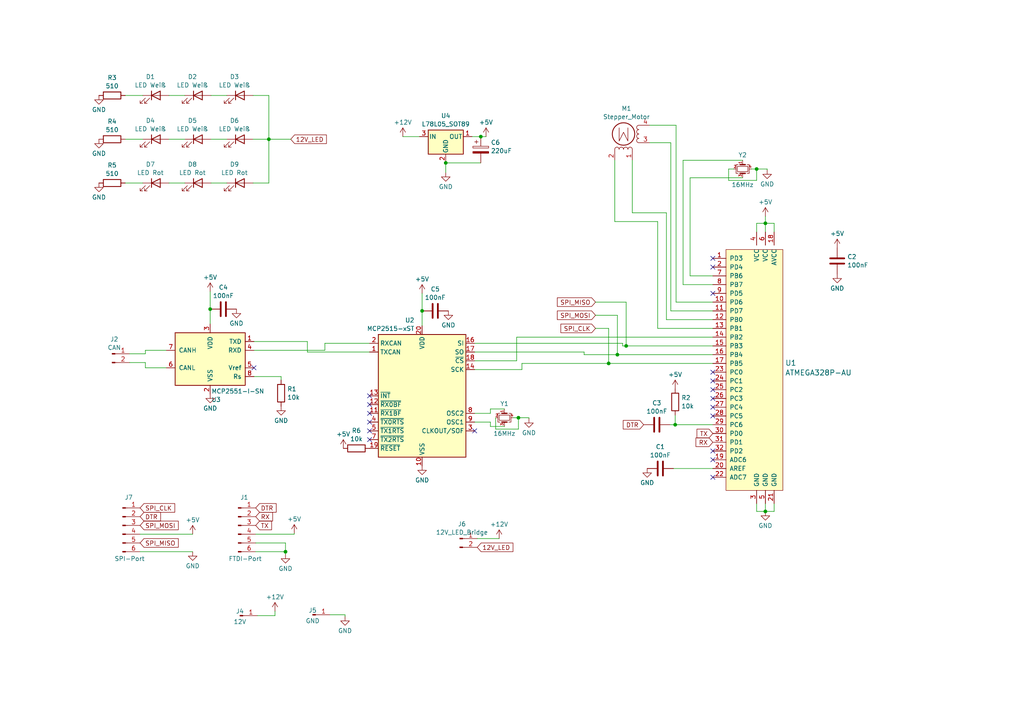
<source format=kicad_sch>
(kicad_sch (version 20231120) (generator "eeschema") (generator_version "8.0")
  (paper "A4")
  (title_block (date "2024-05-20") (rev "0.1"))
  (lib_symbols
    (symbol "Connector:Conn_01x01_Pin" (pin_names (offset 1.016) hide)
      (property "Reference" "J" (at 0 2.54 0))
      (property "Value" "Conn_01x01_Pin" (at 0 -2.54 0))
      (symbol "Conn_01x01_Pin_1_1"
        (polyline (pts (xy 1.27 0) (xy 0.8636 0)) (stroke (width 0.1524)))
        (rectangle (start 0.8636 0.127) (end 0 -0.127) (stroke (width 0.1524)) (fill (type outline)))
        (pin passive line (at 5.08 0 180) (length 3.81) (name "Pin_1") (number "1"))
      )
    )
    (symbol "Connector:Conn_01x02_Pin" (pin_names (offset 1.016) hide)
      (property "Reference" "J" (at 0 2.54 0))
      (property "Value" "Conn_01x02_Pin" (at 0 -5.08 0))
      (symbol "Conn_01x02_Pin_1_1"
        (polyline (pts (xy 1.27 -2.54) (xy 0.8636 -2.54)) (stroke (width 0.1524)))
        (polyline (pts (xy 1.27 0) (xy 0.8636 0)) (stroke (width 0.1524)))
        (rectangle (start 0.8636 -2.413) (end 0 -2.667) (stroke (width 0.1524)) (fill (type outline)))
        (rectangle (start 0.8636 0.127) (end 0 -0.127) (stroke (width 0.1524)) (fill (type outline)))
        (pin passive line (at 5.08 0 180) (length 3.81) (name "Pin_1") (number "1"))
        (pin passive line (at 5.08 -2.54 180) (length 3.81) (name "Pin_2") (number "2"))
      )
    )
    (symbol "Connector:Conn_01x06_Pin" (pin_names (offset 1.016) hide)
      (property "Reference" "J" (at 0 7.62 0))
      (property "Value" "Conn_01x06_Pin" (at 0 -10.16 0))
      (symbol "Conn_01x06_Pin_1_1"
        (polyline (pts (xy 1.27 -7.62) (xy 0.8636 -7.62)) (stroke (width 0.1524)))
        (polyline (pts (xy 1.27 -5.08) (xy 0.8636 -5.08)) (stroke (width 0.1524)))
        (polyline (pts (xy 1.27 -2.54) (xy 0.8636 -2.54)) (stroke (width 0.1524)))
        (polyline (pts (xy 1.27 0) (xy 0.8636 0)) (stroke (width 0.1524)))
        (polyline (pts (xy 1.27 2.54) (xy 0.8636 2.54)) (stroke (width 0.1524)))
        (polyline (pts (xy 1.27 5.08) (xy 0.8636 5.08)) (stroke (width 0.1524)))
        (rectangle (start 0.8636 -7.493) (end 0 -7.747) (stroke (width 0.1524)) (fill (type outline)))
        (rectangle (start 0.8636 -4.953) (end 0 -5.207) (stroke (width 0.1524)) (fill (type outline)))
        (rectangle (start 0.8636 -2.413) (end 0 -2.667) (stroke (width 0.1524)) (fill (type outline)))
        (rectangle (start 0.8636 0.127) (end 0 -0.127) (stroke (width 0.1524)) (fill (type outline)))
        (rectangle (start 0.8636 2.667) (end 0 2.413) (stroke (width 0.1524)) (fill (type outline)))
        (rectangle (start 0.8636 5.207) (end 0 4.953) (stroke (width 0.1524)) (fill (type outline)))
        (pin passive line (at 5.08 5.08 180) (length 3.81) (name "Pin_1") (number "1"))
        (pin passive line (at 5.08 2.54 180) (length 3.81) (name "Pin_2") (number "2"))
        (pin passive line (at 5.08 0 180) (length 3.81) (name "Pin_3") (number "3"))
        (pin passive line (at 5.08 -2.54 180) (length 3.81) (name "Pin_4") (number "4"))
        (pin passive line (at 5.08 -5.08 180) (length 3.81) (name "Pin_5") (number "5"))
        (pin passive line (at 5.08 -7.62 180) (length 3.81) (name "Pin_6") (number "6"))
      )
    )
    (symbol "Device:C" (pin_numbers hide) (pin_names (offset 0.254))
      (property "Reference" "C" (at 0.635 2.54 0))
      (property "Value" "C" (at 0.635 -2.54 0))
      (symbol "C_0_1"
        (polyline (pts (xy -2.032 -0.762) (xy 2.032 -0.762)) (stroke (width 0.508)))
        (polyline (pts (xy -2.032 0.762) (xy 2.032 0.762)) (stroke (width 0.508)))
      )
      (symbol "C_1_1"
        (pin passive line (at 0 3.81 270) (length 2.794) (name "~") (number "1"))
        (pin passive line (at 0 -3.81 90) (length 2.794) (name "~") (number "2"))
      )
    )
    (symbol "Device:C_Polarized" (pin_numbers hide) (pin_names (offset 0.254))
      (property "Reference" "C" (at 0.635 2.54 0))
      (property "Value" "C_Polarized" (at 0.635 -2.54 0))
      (symbol "C_Polarized_0_1"
        (rectangle (start -2.286 0.508) (end 2.286 1.016))
        (polyline (pts (xy -1.778 2.286) (xy -0.762 2.286)))
        (polyline (pts (xy -1.27 2.794) (xy -1.27 1.778)))
        (rectangle (start 2.286 -0.508) (end -2.286 -1.016) (fill (type outline)))
      )
      (symbol "C_Polarized_1_1"
        (pin passive line (at 0 3.81 270) (length 2.794) (name "~") (number "1"))
        (pin passive line (at 0 -3.81 90) (length 2.794) (name "~") (number "2"))
      )
    )
    (symbol "Device:Crystal_GND24_Small" (pin_names (offset 1.016) hide)
      (property "Reference" "Y" (at 1.27 4.445 0))
      (property "Value" "Crystal_GND24_Small" (at 1.27 2.54 0))
      (symbol "Crystal_GND24_Small_0_1"
        (rectangle (start -0.762 -1.524) (end 0.762 1.524))
        (polyline (pts (xy -1.27 -0.762) (xy -1.27 0.762)) (stroke (width 0.381)))
        (polyline (pts (xy 1.27 -0.762) (xy 1.27 0.762)) (stroke (width 0.381)))
        (polyline (pts (xy -1.27 -1.27) (xy -1.27 -1.905) (xy 1.27 -1.905) (xy 1.27 -1.27)))
        (polyline (pts (xy -1.27 1.27) (xy -1.27 1.905) (xy 1.27 1.905) (xy 1.27 1.27)))
      )
      (symbol "Crystal_GND24_Small_1_1"
        (pin passive line (at -2.54 0 0) (length 1.27) (name "1") (number "1"))
        (pin passive line (at 0 -2.54 90) (length 0.635) (name "2") (number "2"))
        (pin passive line (at 2.54 0 180) (length 1.27) (name "3") (number "3"))
        (pin passive line (at 0 2.54 270) (length 0.635) (name "4") (number "4"))
      )
    )
    (symbol "Device:LED" (pin_numbers hide) (pin_names (offset 1.016) hide)
      (property "Reference" "D" (at 0 2.54 0))
      (property "Value" "LED" (at 0 -2.54 0))
      (symbol "LED_0_1"
        (polyline (pts (xy -1.27 -1.27) (xy -1.27 1.27)) (stroke (width 0.254)))
        (polyline (pts (xy -1.27 0) (xy 1.27 0)))
        (polyline (pts (xy 1.27 -1.27) (xy 1.27 1.27) (xy -1.27 0) (xy 1.27 -1.27)) (stroke (width 0.254)))
        (polyline (pts (xy -3.048 -0.762) (xy -4.572 -2.286) (xy -3.81 -2.286) (xy -4.572 -2.286) (xy -4.572 -1.524)))
        (polyline (pts (xy -1.778 -0.762) (xy -3.302 -2.286) (xy -2.54 -2.286) (xy -3.302 -2.286) (xy -3.302 -1.524)))
      )
      (symbol "LED_1_1"
        (pin passive line (at -3.81 0 0) (length 2.54) (name "K") (number "1"))
        (pin passive line (at 3.81 0 180) (length 2.54) (name "A") (number "2"))
      )
    )
    (symbol "Device:R" (pin_numbers hide) (pin_names (offset 0))
      (property "Reference" "R" (at 2.032 0 90))
      (property "Value" "R" (at 0 0 90))
      (symbol "R_0_1"
        (rectangle (start -1.016 -2.54) (end 1.016 2.54) (stroke (width 0.254)))
      )
      (symbol "R_1_1"
        (pin passive line (at 0 3.81 270) (length 1.27) (name "~") (number "1"))
        (pin passive line (at 0 -3.81 90) (length 1.27) (name "~") (number "2"))
      )
    )
    (symbol "Interface_CAN_LIN:MCP2515-xST"
      (property "Reference" "U" (at -10.16 19.685 0))
      (property "Value" "MCP2515-xST" (at 19.05 20.32 0))
      (symbol "MCP2515-xST_0_1"
        (rectangle (start -12.7 17.78) (end 12.7 -17.78) (stroke (width 0.254)) (fill (type background)))
      )
      (symbol "MCP2515-xST_1_1"
        (pin output line (at 15.24 12.7 180) (length 2.54) (name "TXCAN") (number "1"))
        (pin power_in line (at 0 -20.32 90) (length 2.54) (name "VSS") (number "10"))
        (pin output line (at 15.24 -5.08 180) (length 2.54) (name "~{RX1BF}") (number "11"))
        (pin output line (at 15.24 -2.54 180) (length 2.54) (name "~{RX0BF}") (number "12"))
        (pin output line (at 15.24 0 180) (length 2.54) (name "~{INT}") (number "13"))
        (pin input line (at -15.24 7.62 0) (length 2.54) (name "SCK") (number "14"))
        (pin no_connect line (at -12.7 -2.54 0) (length 2.54) hide (name "NC") (number "15"))
        (pin input line (at -15.24 15.24 0) (length 2.54) (name "SI") (number "16"))
        (pin output line (at -15.24 12.7 0) (length 2.54) (name "SO") (number "17"))
        (pin input line (at -15.24 10.16 0) (length 2.54) (name "~{CS}") (number "18"))
        (pin input line (at 15.24 -15.24 180) (length 2.54) (name "~{RESET}") (number "19"))
        (pin input line (at 15.24 15.24 180) (length 2.54) (name "RXCAN") (number "2"))
        (pin power_in line (at 0 20.32 270) (length 2.54) (name "VDD") (number "20"))
        (pin output line (at -15.24 -10.16 0) (length 2.54) (name "CLKOUT/SOF") (number "3"))
        (pin input line (at 15.24 -7.62 180) (length 2.54) (name "~{TX0RTS}") (number "4"))
        (pin input line (at 15.24 -10.16 180) (length 2.54) (name "~{TX1RTS}") (number "5"))
        (pin no_connect line (at -12.7 0 0) (length 2.54) hide (name "NC") (number "6"))
        (pin input line (at 15.24 -12.7 180) (length 2.54) (name "~{TX2RTS}") (number "7"))
        (pin output line (at -15.24 -5.08 0) (length 2.54) (name "OSC2") (number "8"))
        (pin input line (at -15.24 -7.62 0) (length 2.54) (name "OSC1") (number "9"))
      )
    )
    (symbol "Interface_CAN_LIN:MCP2551-I-SN" (pin_names (offset 1.016))
      (property "Reference" "U" (at -10.16 8.89 0))
      (property "Value" "MCP2551-I-SN" (at 2.54 8.89 0))
      (symbol "MCP2551-I-SN_0_1"
        (rectangle (start -10.16 7.62) (end 10.16 -7.62) (stroke (width 0.254)) (fill (type background)))
      )
      (symbol "MCP2551-I-SN_1_1"
        (pin input line (at -12.7 5.08 0) (length 2.54) (name "TXD") (number "1"))
        (pin power_in line (at 0 -10.16 90) (length 2.54) (name "VSS") (number "2"))
        (pin power_in line (at 0 10.16 270) (length 2.54) (name "VDD") (number "3"))
        (pin output line (at -12.7 2.54 0) (length 2.54) (name "RXD") (number "4"))
        (pin power_out line (at -12.7 -2.54 0) (length 2.54) (name "Vref") (number "5"))
        (pin bidirectional line (at 12.7 -2.54 180) (length 2.54) (name "CANL") (number "6"))
        (pin bidirectional line (at 12.7 2.54 180) (length 2.54) (name "CANH") (number "7"))
        (pin input line (at -12.7 -5.08 0) (length 2.54) (name "Rs") (number "8"))
      )
    )
    (symbol "Motor:Stepper_Motor_bipolar" (pin_names (offset 0) hide)
      (property "Reference" "M" (at 3.81 2.54 0))
      (property "Value" "Stepper_Motor_bipolar" (at 3.81 1.27 0))
      (symbol "Stepper_Motor_bipolar_0_0"
        (polyline (pts (xy -1.27 -1.778) (xy -1.27 2.032) (xy 0 -0.508) (xy 1.27 2.032) (xy 1.27 -1.778)))
      )
      (symbol "Stepper_Motor_bipolar_0_1"
        (arc (start -4.445 -2.54) (mid -3.8127 -1.905) (end -4.445 -1.27))
        (arc (start -4.445 -1.27) (mid -3.8127 -0.635) (end -4.445 0))
        (arc (start -4.445 0) (mid -3.8127 0.635) (end -4.445 1.27))
        (arc (start -4.445 1.27) (mid -3.8127 1.905) (end -4.445 2.54))
        (arc (start -2.54 4.445) (mid -1.905 3.8127) (end -1.27 4.445))
        (arc (start -1.27 4.445) (mid -0.635 3.8127) (end 0 4.445))
        (polyline (pts (xy -5.08 -2.54) (xy -4.445 -2.54)))
        (polyline (pts (xy -5.08 2.54) (xy -4.445 2.54)))
        (polyline (pts (xy -2.54 5.08) (xy -2.54 4.445)))
        (polyline (pts (xy 2.54 5.08) (xy 2.54 4.445)))
        (circle (center 0 0) (radius 3.2512) (stroke (width 0.254)))
        (arc (start 0 4.445) (mid 0.635 3.8127) (end 1.27 4.445))
        (arc (start 1.27 4.445) (mid 1.905 3.8127) (end 2.54 4.445))
      )
      (symbol "Stepper_Motor_bipolar_1_1"
        (pin passive line (at -2.54 7.62 270) (length 2.54) (name "~") (number "1"))
        (pin passive line (at 2.54 7.62 270) (length 2.54) (name "-") (number "2"))
        (pin passive line (at -7.62 2.54 0) (length 2.54) (name "~") (number "3"))
        (pin passive line (at -7.62 -2.54 0) (length 2.54) (name "~") (number "4"))
      )
    )
    (symbol "Regulator_Linear:L78L05_SOT89" (pin_names (offset 0.254))
      (property "Reference" "U" (at -3.81 3.175 0))
      (property "Value" "L78L05_SOT89" (at -0.635 3.175 0))
      (symbol "L78L05_SOT89_0_1"
        (rectangle (start -5.08 1.905) (end 5.08 -5.08) (stroke (width 0.254)) (fill (type background)))
      )
      (symbol "L78L05_SOT89_1_1"
        (pin power_out line (at 7.62 0 180) (length 2.54) (name "OUT") (number "1"))
        (pin power_in line (at 0 -7.62 90) (length 2.54) (name "GND") (number "2"))
        (pin power_in line (at -7.62 0 0) (length 2.54) (name "IN") (number "3"))
      )
    )
    (symbol "dk_Embedded-Microcontrollers:ATMEGA328P-AU" (pin_names (offset 1.016))
      (property "Reference" "U" (at -8.89 38.1 0))
      (property "Value" "ATMEGA328P-AU" (at 2.54 1.27 90))
      (symbol "ATMEGA328P-AU_0_1"
        (rectangle (start -8.89 35.56) (end 7.62 -34.29) (fill (type background)))
      )
      (symbol "ATMEGA328P-AU_1_1"
        (pin bidirectional line (at -12.7 33.02 0) (length 3.81) (name "PD3") (number "1"))
        (pin bidirectional line (at -12.7 20.32 0) (length 3.81) (name "PD6") (number "10"))
        (pin bidirectional line (at -12.7 17.78 0) (length 3.81) (name "PD7") (number "11"))
        (pin bidirectional line (at -12.7 15.24 0) (length 3.81) (name "PB0") (number "12"))
        (pin bidirectional line (at -12.7 12.7 0) (length 3.81) (name "PB1") (number "13"))
        (pin bidirectional line (at -12.7 10.16 0) (length 3.81) (name "PB2") (number "14"))
        (pin bidirectional line (at -12.7 7.62 0) (length 3.81) (name "PB3") (number "15"))
        (pin bidirectional line (at -12.7 5.08 0) (length 3.81) (name "PB4") (number "16"))
        (pin bidirectional line (at -12.7 2.54 0) (length 3.81) (name "PB5") (number "17"))
        (pin power_in line (at 5.08 40.64 270) (length 3.81) (name "AVCC") (number "18"))
        (pin input line (at -12.7 -25.4 0) (length 3.81) (name "ADC6") (number "19"))
        (pin bidirectional line (at -12.7 30.48 0) (length 3.81) (name "PD4") (number "2"))
        (pin input line (at -12.7 -27.94 0) (length 3.81) (name "AREF") (number "20"))
        (pin power_in line (at 5.08 -38.1 90) (length 3.81) (name "GND") (number "21"))
        (pin input line (at -12.7 -30.48 0) (length 3.81) (name "ADC7") (number "22"))
        (pin bidirectional line (at -12.7 0 0) (length 3.81) (name "PC0") (number "23"))
        (pin bidirectional line (at -12.7 -2.54 0) (length 3.81) (name "PC1") (number "24"))
        (pin bidirectional line (at -12.7 -5.08 0) (length 3.81) (name "PC2") (number "25"))
        (pin bidirectional line (at -12.7 -7.62 0) (length 3.81) (name "PC3") (number "26"))
        (pin bidirectional line (at -12.7 -10.16 0) (length 3.81) (name "PC4") (number "27"))
        (pin bidirectional line (at -12.7 -12.7 0) (length 3.81) (name "PC5") (number "28"))
        (pin bidirectional line (at -12.7 -15.24 0) (length 3.81) (name "PC6") (number "29"))
        (pin power_in line (at 0 -38.1 90) (length 3.81) (name "GND") (number "3"))
        (pin bidirectional line (at -12.7 -17.78 0) (length 3.81) (name "PD0") (number "30"))
        (pin bidirectional line (at -12.7 -20.32 0) (length 3.81) (name "PD1") (number "31"))
        (pin bidirectional line (at -12.7 -22.86 0) (length 3.81) (name "PD2") (number "32"))
        (pin power_in line (at 0 40.64 270) (length 3.81) (name "VCC") (number "4"))
        (pin power_in line (at 2.54 -38.1 90) (length 3.81) (name "GND") (number "5"))
        (pin power_in line (at 2.54 40.64 270) (length 3.81) (name "VCC") (number "6"))
        (pin bidirectional line (at -12.7 27.94 0) (length 3.81) (name "PB6") (number "7"))
        (pin bidirectional line (at -12.7 25.4 0) (length 3.81) (name "PB7") (number "8"))
        (pin bidirectional line (at -12.7 22.86 0) (length 3.81) (name "PD5") (number "9"))
      )
    )
    (symbol "power:+12V" (power) (pin_names (offset 0))
      (property "Value" "+12V" (at 0 3.556 0))
      (symbol "+12V_0_1"
        (polyline (pts (xy -0.762 1.27) (xy 0 2.54)))
        (polyline (pts (xy 0 0) (xy 0 2.54)))
        (polyline (pts (xy 0 2.54) (xy 0.762 1.27)))
      )
      (symbol "+12V_1_1"
        (pin power_in line (at 0 0 90) (length 0) hide (name "+12V") (number "1"))
      )
    )
    (symbol "power:+5V" (power) (pin_names (offset 0))
      (property "Value" "+5V" (at 0 3.556 0))
      (symbol "+5V_0_1"
        (polyline (pts (xy -0.762 1.27) (xy 0 2.54)))
        (polyline (pts (xy 0 0) (xy 0 2.54)))
        (polyline (pts (xy 0 2.54) (xy 0.762 1.27)))
      )
      (symbol "+5V_1_1"
        (pin power_in line (at 0 0 90) (length 0) hide (name "+5V") (number "1"))
      )
    )
    (symbol "power:GND" (power) (pin_names (offset 0))
      (property "Value" "GND" (at 0 -3.81 0))
      (symbol "GND_0_1"
        (polyline (pts (xy 0 0) (xy 0 -1.27) (xy 1.27 -1.27) (xy 0 -2.54) (xy -1.27 -1.27) (xy 0 -1.27)))
      )
      (symbol "GND_1_1"
        (pin power_in line (at 0 0 270) (length 0) hide (name "GND") (number "1"))
      )
    )
  )
  (junction (at 195.834 123.19))
  (junction (at 221.996 148.336))
  (junction (at 139.446 39.624))
  (junction (at 77.978 40.386))
  (junction (at 176.53 105.41))
  (junction (at 60.96 89.662))
  (junction (at 179.07 102.87))
  (junction (at 129.286 47.244))
  (junction (at 82.804 160.02))
  (junction (at 219.456 49.022))
  (junction (at 122.428 90.17))
  (junction (at 150.368 121.158))
  (junction (at 181.61 100.33))
  (junction (at 221.996 64.77))
  (no_connect (at 206.756 107.95))
  (no_connect (at 206.756 133.35))
  (no_connect (at 206.756 115.57))
  (no_connect (at 206.756 110.49))
  (no_connect (at 206.756 85.09))
  (no_connect (at 137.668 124.968))
  (no_connect (at 206.756 130.81))
  (no_connect (at 206.756 138.43))
  (no_connect (at 73.66 106.68))
  (no_connect (at 206.756 113.03))
  (no_connect (at 107.188 117.348))
  (no_connect (at 107.188 124.968))
  (no_connect (at 107.188 127.508))
  (no_connect (at 206.756 77.47))
  (no_connect (at 107.188 122.428))
  (no_connect (at 206.756 120.65))
  (no_connect (at 107.188 119.888))
  (no_connect (at 206.756 118.11))
  (no_connect (at 206.756 74.93))
  (no_connect (at 107.188 114.808))
  (wire (pts (xy 180.594 99.568) (xy 180.594 100.33)))
  (wire (pts (xy 169.418 102.108) (xy 169.418 102.87)))
  (wire (pts (xy 200.152 51.562) (xy 215.392 51.562)))
  (wire (pts (xy 73.66 109.22) (xy 81.534 109.22)))
  (wire (pts (xy 149.86 97.79) (xy 206.756 97.79)))
  (wire (pts (xy 61.214 40.386) (xy 65.786 40.386)))
  (wire (pts (xy 61.214 53.086) (xy 65.786 53.086)))
  (wire (pts (xy 206.756 87.63) (xy 196.088 87.63)))
  (wire (pts (xy 190.754 95.25) (xy 190.754 64.262)))
  (wire (pts (xy 74.168 157.48) (xy 82.804 157.48)))
  (wire (pts (xy 94.234 101.6) (xy 73.66 101.6)))
  (wire (pts (xy 217.932 49.022) (xy 219.456 49.022)))
  (wire (pts (xy 85.344 154.94) (xy 85.344 154.686)))
  (wire (pts (xy 224.536 64.77) (xy 221.996 64.77)))
  (wire (pts (xy 153.416 121.158) (xy 153.416 121.412)))
  (wire (pts (xy 219.456 148.336) (xy 219.456 146.05)))
  (wire (pts (xy 224.536 67.31) (xy 224.536 64.77)))
  (wire (pts (xy 200.152 80.01) (xy 200.152 51.562)))
  (wire (pts (xy 79.756 178.562) (xy 74.676 178.562)))
  (wire (pts (xy 181.61 87.63) (xy 181.61 100.33)))
  (wire (pts (xy 211.328 52.324) (xy 219.456 52.324)))
  (wire (pts (xy 190.754 64.262) (xy 178.308 64.262)))
  (wire (pts (xy 122.428 85.09) (xy 122.428 90.17)))
  (wire (pts (xy 94.234 99.568) (xy 94.234 101.6)))
  (wire (pts (xy 136.906 39.624) (xy 139.446 39.624)))
  (wire (pts (xy 77.978 40.386) (xy 77.978 53.086)))
  (wire (pts (xy 37.592 105.156) (xy 42.164 105.156)))
  (wire (pts (xy 137.668 99.568) (xy 180.594 99.568)))
  (wire (pts (xy 176.53 105.41) (xy 151.384 105.41)))
  (wire (pts (xy 221.996 148.336) (xy 224.536 148.336)))
  (wire (pts (xy 143.764 121.158) (xy 143.764 124.46)))
  (wire (pts (xy 198.12 46.482) (xy 198.12 82.55)))
  (wire (pts (xy 150.368 124.46) (xy 150.368 121.158)))
  (wire (pts (xy 148.844 121.158) (xy 150.368 121.158)))
  (wire (pts (xy 142.24 119.888) (xy 142.24 118.618)))
  (wire (pts (xy 221.996 148.336) (xy 219.456 148.336)))
  (wire (pts (xy 194.564 41.402) (xy 188.468 41.402)))
  (wire (pts (xy 221.996 62.738) (xy 221.996 64.77)))
  (wire (pts (xy 172.72 87.63) (xy 181.61 87.63)))
  (wire (pts (xy 73.406 53.086) (xy 77.978 53.086)))
  (wire (pts (xy 206.756 82.55) (xy 198.12 82.55)))
  (wire (pts (xy 211.328 49.022) (xy 211.328 52.324)))
  (wire (pts (xy 169.418 102.87) (xy 179.07 102.87)))
  (wire (pts (xy 150.368 121.158) (xy 153.416 121.158)))
  (wire (pts (xy 36.322 27.686) (xy 41.402 27.686)))
  (wire (pts (xy 196.088 36.322) (xy 188.468 36.322)))
  (wire (pts (xy 36.322 53.086) (xy 41.402 53.086)))
  (wire (pts (xy 219.456 52.324) (xy 219.456 49.022)))
  (wire (pts (xy 219.456 64.77) (xy 221.996 64.77)))
  (wire (pts (xy 221.996 64.77) (xy 221.996 67.31)))
  (wire (pts (xy 196.088 87.63) (xy 196.088 36.322)))
  (wire (pts (xy 193.294 61.722) (xy 183.388 61.722)))
  (wire (pts (xy 122.428 90.17) (xy 122.428 94.488)))
  (wire (pts (xy 95.758 178.308) (xy 100.076 178.308)))
  (wire (pts (xy 206.756 80.01) (xy 200.152 80.01)))
  (wire (pts (xy 49.022 53.086) (xy 53.594 53.086)))
  (wire (pts (xy 89.154 102.108) (xy 89.154 99.06)))
  (wire (pts (xy 82.804 160.02) (xy 82.804 160.782)))
  (wire (pts (xy 42.164 106.68) (xy 48.26 106.68)))
  (wire (pts (xy 137.668 102.108) (xy 169.418 102.108)))
  (wire (pts (xy 143.764 124.46) (xy 150.368 124.46)))
  (wire (pts (xy 137.668 104.648) (xy 149.86 104.648)))
  (wire (pts (xy 219.456 67.31) (xy 219.456 64.77)))
  (wire (pts (xy 89.154 99.06) (xy 73.66 99.06)))
  (wire (pts (xy 206.756 92.71) (xy 193.294 92.71)))
  (wire (pts (xy 183.388 61.722) (xy 183.388 46.482)))
  (wire (pts (xy 193.294 92.71) (xy 193.294 61.722)))
  (wire (pts (xy 40.64 154.94) (xy 55.88 154.94)))
  (wire (pts (xy 206.756 105.41) (xy 176.53 105.41)))
  (wire (pts (xy 81.534 109.22) (xy 81.534 110.236)))
  (wire (pts (xy 180.594 100.33) (xy 181.61 100.33)))
  (wire (pts (xy 60.96 89.662) (xy 60.96 93.98)))
  (wire (pts (xy 61.214 27.686) (xy 65.786 27.686)))
  (wire (pts (xy 36.322 40.386) (xy 41.402 40.386)))
  (wire (pts (xy 181.61 100.33) (xy 206.756 100.33)))
  (wire (pts (xy 42.164 102.616) (xy 42.164 101.6)))
  (wire (pts (xy 129.286 47.244) (xy 129.286 50.038)))
  (wire (pts (xy 42.164 101.6) (xy 48.26 101.6)))
  (wire (pts (xy 49.022 27.686) (xy 53.594 27.686)))
  (wire (pts (xy 149.86 104.648) (xy 149.86 97.79)))
  (wire (pts (xy 73.406 40.386) (xy 77.978 40.386)))
  (wire (pts (xy 142.24 118.618) (xy 146.304 118.618)))
  (wire (pts (xy 194.564 90.17) (xy 194.564 41.402)))
  (wire (pts (xy 42.164 105.156) (xy 42.164 106.68)))
  (wire (pts (xy 206.756 90.17) (xy 194.564 90.17)))
  (wire (pts (xy 137.668 122.428) (xy 142.24 122.428)))
  (wire (pts (xy 221.996 146.05) (xy 221.996 148.336)))
  (wire (pts (xy 74.168 154.94) (xy 85.344 154.94)))
  (wire (pts (xy 107.188 102.108) (xy 89.154 102.108)))
  (wire (pts (xy 151.384 105.41) (xy 151.384 107.188)))
  (wire (pts (xy 107.188 99.568) (xy 94.234 99.568)))
  (wire (pts (xy 151.384 107.188) (xy 137.668 107.188)))
  (wire (pts (xy 198.12 46.482) (xy 215.392 46.482)))
  (wire (pts (xy 40.64 160.02) (xy 55.88 160.02)))
  (wire (pts (xy 176.53 105.41) (xy 176.53 95.25)))
  (wire (pts (xy 206.756 95.25) (xy 190.754 95.25)))
  (wire (pts (xy 77.978 27.686) (xy 77.978 40.386)))
  (wire (pts (xy 179.07 91.44) (xy 179.07 102.87)))
  (wire (pts (xy 60.96 84.582) (xy 60.96 89.662)))
  (wire (pts (xy 37.592 102.616) (xy 42.164 102.616)))
  (wire (pts (xy 82.804 157.48) (xy 82.804 160.02)))
  (wire (pts (xy 129.286 47.244) (xy 139.446 47.244)))
  (wire (pts (xy 74.168 160.02) (xy 82.804 160.02)))
  (wire (pts (xy 195.834 120.396) (xy 195.834 123.19)))
  (wire (pts (xy 224.536 148.336) (xy 224.536 146.05)))
  (wire (pts (xy 137.668 119.888) (xy 142.24 119.888)))
  (wire (pts (xy 219.456 49.022) (xy 222.504 49.022)))
  (wire (pts (xy 195.326 135.89) (xy 206.756 135.89)))
  (wire (pts (xy 139.446 39.624) (xy 140.97 39.624)))
  (wire (pts (xy 116.84 39.624) (xy 121.666 39.624)))
  (wire (pts (xy 222.504 49.022) (xy 222.504 49.276)))
  (wire (pts (xy 142.24 123.698) (xy 146.304 123.698)))
  (wire (pts (xy 77.978 40.386) (xy 84.328 40.386)))
  (wire (pts (xy 176.53 95.25) (xy 172.72 95.25)))
  (wire (pts (xy 194.31 123.19) (xy 195.834 123.19)))
  (wire (pts (xy 178.308 64.262) (xy 178.308 46.482)))
  (wire (pts (xy 212.852 49.022) (xy 211.328 49.022)))
  (wire (pts (xy 195.834 123.19) (xy 206.756 123.19)))
  (wire (pts (xy 142.24 122.428) (xy 142.24 123.698)))
  (wire (pts (xy 100.076 178.308) (xy 100.076 178.816)))
  (wire (pts (xy 138.43 156.21) (xy 144.78 156.21)))
  (wire (pts (xy 79.756 177.292) (xy 79.756 178.562)))
  (wire (pts (xy 172.72 91.44) (xy 179.07 91.44)))
  (wire (pts (xy 73.406 27.686) (xy 77.978 27.686)))
  (wire (pts (xy 179.07 102.87) (xy 206.756 102.87)))
  (wire (pts (xy 49.022 40.386) (xy 53.594 40.386)))
  (global_label "SPI_MOSI" (shape input) (at 40.64 152.4 0) (property "Intersheetrefs" "${INTERSHEET_REFS}" (effects (hide yes))))
  (global_label "SPI_MISO" (shape input) (at 172.72 87.63 180) (property "Intersheetrefs" "${INTERSHEET_REFS}" (effects (hide yes))))
  (global_label "DTR" (shape input) (at 40.64 149.86 0) (property "Intersheetrefs" "${INTERSHEET_REFS}" (effects (hide yes))))
  (global_label "RX" (shape input) (at 74.168 149.86 0) (property "Intersheetrefs" "${INTERSHEET_REFS}" (effects (hide yes))))
  (global_label "TX" (shape input) (at 206.756 125.73 180) (property "Intersheetrefs" "${INTERSHEET_REFS}" (effects (hide yes))))
  (global_label "12V_LED" (shape input) (at 138.43 158.75 0) (property "Intersheetrefs" "${INTERSHEET_REFS}" (effects (hide yes))))
  (global_label "DTR" (shape input) (at 74.168 147.32 0) (property "Intersheetrefs" "${INTERSHEET_REFS}" (effects (hide yes))))
  (global_label "SPI_MISO" (shape input) (at 40.64 157.48 0) (property "Intersheetrefs" "${INTERSHEET_REFS}" (effects (hide yes))))
  (global_label "TX" (shape input) (at 74.168 152.4 0) (property "Intersheetrefs" "${INTERSHEET_REFS}" (effects (hide yes))))
  (global_label "SPI_CLK" (shape input) (at 172.72 95.25 180) (property "Intersheetrefs" "${INTERSHEET_REFS}" (effects (hide yes))))
  (global_label "RX" (shape input) (at 206.756 128.27 180) (property "Intersheetrefs" "${INTERSHEET_REFS}" (effects (hide yes))))
  (global_label "12V_LED" (shape input) (at 84.328 40.386 0) (property "Intersheetrefs" "${INTERSHEET_REFS}" (effects (hide yes))))
  (global_label "DTR" (shape input) (at 186.69 123.19 180) (property "Intersheetrefs" "${INTERSHEET_REFS}" (effects (hide yes))))
  (global_label "SPI_CLK" (shape input) (at 40.64 147.32 0) (property "Intersheetrefs" "${INTERSHEET_REFS}" (effects (hide yes))))
  (global_label "SPI_MOSI" (shape input) (at 172.72 91.44 180) (property "Intersheetrefs" "${INTERSHEET_REFS}" (effects (hide yes))))
  (symbol (lib_id "power:+12V") (at 116.84 39.624 0) (unit 1)
    (property "Reference" "#PWR018" (effects (hide yes)))
    (property "Value" "+12V" (at 116.84 35.4909 0))
  )
  (symbol (lib_id "Device:C") (at 64.77 89.662 270) (unit 1)
    (property "Reference" "C4" (at 64.77 83.3587 90))
    (property "Value" "100nF" (at 64.77 85.7829 90))
    (property "Footprint" "Capacitor_SMD:C_0603_1608Metric" (effects (hide yes)))
    (property "LCSC" "C14663" (effects (hide yes)))
  )
  (symbol (lib_id "power:GND") (at 28.702 40.386 0) (unit 1)
    (property "Reference" "#PWR021" (effects (hide yes)))
    (property "Value" "GND" (at 28.702 44.5191 0))
  )
  (symbol (lib_id "power:GND") (at 153.416 121.412 0) (unit 1)
    (property "Reference" "#PWR019" (effects (hide yes)))
    (property "Value" "GND" (at 153.416 125.5451 0))
  )
  (symbol (lib_id "Interface_CAN_LIN:MCP2551-I-SN") (at 60.96 104.14 0) (mirror y) (unit 1)
    (property "Reference" "U3" (at 61.3059 115.9043 0) (effects (justify right)))
    (property "Value" "MCP2551-I-SN" (at 61.3059 113.4801 0) (effects (justify right)))
    (property "Footprint" "Package_SO:SOIC-8_3.9x4.9mm_P1.27mm" (effects (hide yes)))
    (property "Datasheet" "http://ww1.microchip.com/downloads/en/devicedoc/21667d.pdf" (effects (hide yes)))
    (property "LCSC" "C49558" (effects (hide yes)))
  )
  (symbol (lib_id "Connector:Conn_01x01_Pin") (at 90.678 178.308 0) (unit 1)
    (property "Reference" "J5" (at 90.678 177.038 0))
    (property "Value" "GND" (at 90.678 180.086 0))
    (property "Footprint" "Connector_PinHeader_2.54mm:PinHeader_1x01_P2.54mm_Vertical" (effects (hide yes)))
  )
  (symbol (lib_id "power:GND") (at 122.428 135.128 0) (unit 1)
    (property "Reference" "#PWR08" (effects (hide yes)))
    (property "Value" "GND" (at 122.428 139.2611 0))
  )
  (symbol (lib_id "power:GND") (at 129.286 50.038 0) (unit 1)
    (property "Reference" "#PWR016" (effects (hide yes)))
    (property "Value" "GND" (at 129.286 54.1711 0))
  )
  (symbol (lib_id "Device:C") (at 126.238 90.17 270) (unit 1)
    (property "Reference" "C5" (at 126.238 83.8667 90))
    (property "Value" "100nF" (at 126.238 86.2909 90))
    (property "Footprint" "Capacitor_SMD:C_0603_1608Metric" (effects (hide yes)))
    (property "LCSC" "C14663" (effects (hide yes)))
  )
  (symbol (lib_id "power:GND") (at 28.702 53.086 0) (unit 1)
    (property "Reference" "#PWR023" (effects (hide yes)))
    (property "Value" "GND" (at 28.702 57.2191 0))
  )
  (symbol (lib_id "dk_Embedded-Microcontrollers:ATMEGA328P-AU") (at 219.456 107.95 0) (unit 1)
    (property "Reference" "U1" (at 227.711 105.2636 0) (effects (font (size 1.524 1.524)) (justify left)))
    (property "Value" "ATMEGA328P-AU" (at 227.711 108.0964 0) (effects (font (size 1.524 1.524)) (justify left)))
    (property "Footprint" "digikey-footprints:TQFP-32_7x7mm" (effects (hide yes)))
    (property "Datasheet" "http://www.microchip.com/mymicrochip/filehandler.aspx?ddocname=en608326" (effects (hide yes)))
    (property "Description" "IC MCU 8BIT 32KB FLASH 32TQFP" (effects (hide yes)))
    (property "Digi-Key_PN" "ATMEGA328P-AU-ND" (effects (hide yes)))
    (property "MPN" "ATMEGA328P-AU" (effects (hide yes)))
    (property "Category" "Integrated Circuits (ICs)" (effects (hide yes)))
    (property "Family" "Embedded - Microcontrollers" (effects (hide yes)))
    (property "DK_Datasheet_Link" "http://www.microchip.com/mymicrochip/filehandler.aspx?ddocname=en608326" (effects (hide yes)))
    (property "DK_Detail_Page" "/product-detail/en/microchip-technology/ATMEGA328P-AU/ATMEGA328P-AU-ND/1832260" (effects (hide yes)))
    (property "Manufacturer" "Microchip Technology" (effects (hide yes)))
    (property "Status" "Active" (effects (hide yes)))
  )
  (symbol (lib_id "power:+5V") (at 60.96 84.582 0) (unit 1)
    (property "Reference" "#PWR015" (effects (hide yes)))
    (property "Value" "+5V" (at 60.96 80.4489 0))
  )
  (symbol (lib_id "Device:LED") (at 69.596 40.386 0) (unit 1)
    (property "Reference" "D6" (at 68.0085 34.9717 0))
    (property "Value" "LED Weiß" (at 68.0085 37.3959 0))
    (property "Footprint" "LED_SMD:LED_PLCC_2835_Handsoldering" (effects (hide yes)))
    (property "LCSC" "C516134" (effects (hide yes)))
  )
  (symbol (lib_id "Device:C") (at 191.516 135.89 90) (unit 1)
    (property "Reference" "C1" (at 191.516 129.5867 90))
    (property "Value" "100nF" (at 191.516 132.0109 90))
    (property "Footprint" "Capacitor_SMD:C_0603_1608Metric" (effects (hide yes)))
    (property "LCSC" "C14663" (effects (hide yes)))
  )
  (symbol (lib_id "power:+5V") (at 122.428 85.09 0) (unit 1)
    (property "Reference" "#PWR06" (effects (hide yes)))
    (property "Value" "+5V" (at 122.428 80.9569 0))
  )
  (symbol (lib_id "power:GND") (at 242.824 79.502 0) (unit 1)
    (property "Reference" "#PWR05" (effects (hide yes)))
    (property "Value" "GND" (at 242.824 83.6351 0))
  )
  (symbol (lib_id "power:GND") (at 81.534 117.856 0) (unit 1)
    (property "Reference" "#PWR010" (effects (hide yes)))
    (property "Value" "GND" (at 81.534 121.9891 0))
  )
  (symbol (lib_id "Device:C") (at 190.5 123.19 90) (unit 1)
    (property "Reference" "C3" (at 190.5 116.8867 90))
    (property "Value" "100nF" (at 190.5 119.3109 90))
    (property "Footprint" "Capacitor_SMD:C_0603_1608Metric" (effects (hide yes)))
    (property "LCSC" "C14663" (effects (hide yes)))
  )
  (symbol (lib_id "power:GND") (at 28.702 27.686 0) (unit 1)
    (property "Reference" "#PWR020" (effects (hide yes)))
    (property "Value" "GND" (at 28.702 31.8191 0))
  )
  (symbol (lib_id "Connector:Conn_01x02_Pin") (at 133.35 156.21 0) (unit 1)
    (property "Reference" "J6" (at 133.985 151.9895 0))
    (property "Value" "12V_LED_Bridge" (at 133.985 154.4137 0))
    (property "Footprint" "Connector_PinHeader_2.54mm:PinHeader_1x02_P2.54mm_Vertical" (effects (hide yes)))
  )
  (symbol (lib_id "Connector:Conn_01x02_Pin") (at 32.512 102.616 0) (unit 1)
    (property "Reference" "J2" (at 33.147 98.3955 0))
    (property "Value" "CAN" (at 33.147 100.8197 0))
    (property "Footprint" "Connector_PinHeader_2.54mm:PinHeader_1x02_P2.54mm_Vertical" (effects (hide yes)))
  )
  (symbol (lib_id "power:+5V") (at 55.88 154.94 0) (mirror y) (unit 1)
    (property "Reference" "#PWR029" (effects (hide yes)))
    (property "Value" "+5V" (at 55.88 150.8069 0))
  )
  (symbol (lib_id "power:GND") (at 55.88 160.02 0) (unit 1)
    (property "Reference" "#PWR028" (effects (hide yes)))
    (property "Value" "GND" (at 55.88 164.1531 0))
  )
  (symbol (lib_id "power:GND") (at 68.58 89.662 0) (unit 1)
    (property "Reference" "#PWR022" (effects (hide yes)))
    (property "Value" "GND" (at 68.58 93.7951 0))
  )
  (symbol (lib_id "Device:R") (at 32.512 53.086 90) (unit 1)
    (property "Reference" "R5" (at 32.512 47.9257 90))
    (property "Value" "510" (at 32.512 50.3499 90))
    (property "Footprint" "Resistor_SMD:R_0805_2012Metric" (effects (hide yes)))
    (property "LCSC" "C17734" (effects (hide yes)))
  )
  (symbol (lib_id "Device:LED") (at 45.212 53.086 0) (unit 1)
    (property "Reference" "D7" (at 43.6245 47.6717 0))
    (property "Value" "LED Rot" (at 43.6245 50.0959 0))
    (property "Footprint" "LED_SMD:LED_PLCC_2835_Handsoldering" (effects (hide yes)))
    (property "LCSC" "C2843869" (effects (hide yes)))
  )
  (symbol (lib_id "power:+12V") (at 144.78 156.21 0) (unit 1)
    (property "Reference" "#PWR027" (effects (hide yes)))
    (property "Value" "+12V" (at 144.78 152.0769 0))
  )
  (symbol (lib_id "power:GND") (at 222.504 49.276 0) (unit 1)
    (property "Reference" "#PWR014" (effects (hide yes)))
    (property "Value" "GND" (at 222.504 53.4091 0))
  )
  (symbol (lib_id "Device:LED") (at 57.404 27.686 0) (unit 1)
    (property "Reference" "D2" (at 55.8165 22.2717 0))
    (property "Value" "LED Weiß" (at 55.8165 24.6959 0))
    (property "Footprint" "LED_SMD:LED_PLCC_2835_Handsoldering" (effects (hide yes)))
    (property "LCSC" "C516134" (effects (hide yes)))
  )
  (symbol (lib_id "Device:LED") (at 69.596 53.086 0) (unit 1)
    (property "Reference" "D9" (at 68.0085 47.6717 0))
    (property "Value" "LED Rot" (at 68.0085 50.0959 0))
    (property "Footprint" "LED_SMD:LED_PLCC_2835_Handsoldering" (effects (hide yes)))
    (property "LCSC" "C2843869" (effects (hide yes)))
  )
  (symbol (lib_id "power:GND") (at 100.076 178.816 0) (unit 1)
    (property "Reference" "#PWR025" (effects (hide yes)))
    (property "Value" "GND" (at 100.076 182.9491 0))
  )
  (symbol (lib_id "Device:Crystal_GND24_Small") (at 146.304 121.158 270) (unit 1)
    (property "Reference" "Y1" (at 146.304 117.094 90))
    (property "Value" "16MHz" (at 146.304 125.73 90))
    (property "Footprint" "Crystal:Crystal_SMD_2016-4Pin_2.0x1.6mm" (effects (hide yes)))
    (property "LCSC" "C2965579" (effects (hide yes)))
  )
  (symbol (lib_id "Device:R") (at 81.534 114.046 0) (unit 1)
    (property "Reference" "R1" (at 83.312 112.8339 0) (effects (justify left)))
    (property "Value" "10k" (at 83.312 115.2581 0) (effects (justify left)))
    (property "Footprint" "Resistor_SMD:R_0603_1608Metric" (effects (hide yes)))
    (property "LCSC" "C25804" (effects (hide yes)))
  )
  (symbol (lib_id "power:+5V") (at 99.568 130.048 0) (unit 1)
    (property "Reference" "#PWR026" (effects (hide yes)))
    (property "Value" "+5V" (at 99.568 125.9149 0))
  )
  (symbol (lib_id "power:+5V") (at 221.996 62.738 0) (unit 1)
    (property "Reference" "#PWR03" (effects (hide yes)))
    (property "Value" "+5V" (at 221.996 58.6049 0))
  )
  (symbol (lib_id "power:GND") (at 60.96 114.3 0) (unit 1)
    (property "Reference" "#PWR09" (effects (hide yes)))
    (property "Value" "GND" (at 60.96 118.4331 0))
  )
  (symbol (lib_id "power:GND") (at 130.048 90.17 0) (unit 1)
    (property "Reference" "#PWR07" (effects (hide yes)))
    (property "Value" "GND" (at 130.048 94.3031 0))
  )
  (symbol (lib_id "power:+12V") (at 79.756 177.292 0) (unit 1)
    (property "Reference" "#PWR024" (effects (hide yes)))
    (property "Value" "+12V" (at 79.756 173.1589 0))
  )
  (symbol (lib_id "Device:LED") (at 57.404 40.386 0) (unit 1)
    (property "Reference" "D5" (at 55.8165 34.9717 0))
    (property "Value" "LED Weiß" (at 55.8165 37.3959 0))
    (property "Footprint" "LED_SMD:LED_PLCC_2835_Handsoldering" (effects (hide yes)))
    (property "LCSC" "C516134" (effects (hide yes)))
  )
  (symbol (lib_id "Connector:Conn_01x01_Pin") (at 69.596 178.562 0) (unit 1)
    (property "Reference" "J4" (at 69.596 177.292 0))
    (property "Value" "12V" (at 69.596 180.34 0))
    (property "Footprint" "Connector_PinHeader_2.54mm:PinHeader_1x01_P2.54mm_Vertical" (effects (hide yes)))
  )
  (symbol (lib_id "power:GND") (at 82.804 160.782 0) (unit 1)
    (property "Reference" "#PWR012" (effects (hide yes)))
    (property "Value" "GND" (at 82.804 164.9151 0))
  )
  (symbol (lib_id "Device:Crystal_GND24_Small") (at 215.392 49.022 270) (unit 1)
    (property "Reference" "Y2" (at 215.392 44.958 90))
    (property "Value" "16MHz" (at 215.392 53.594 90))
    (property "Footprint" "Crystal:Crystal_SMD_2016-4Pin_2.0x1.6mm" (effects (hide yes)))
    (property "LCSC" "C2965579" (effects (hide yes)))
  )
  (symbol (lib_id "Interface_CAN_LIN:MCP2515-xST") (at 122.428 114.808 0) (mirror y) (unit 1)
    (property "Reference" "U2" (at 120.2339 92.8837 0) (effects (justify left)))
    (property "Value" "MCP2515-xST" (at 120.2339 95.3079 0) (effects (justify left)))
    (property "Footprint" "Package_SO:TSSOP-20_4.4x6.5mm_P0.65mm" (effects (hide yes)))
    (property "Datasheet" "http://ww1.microchip.com/downloads/en/DeviceDoc/21801e.pdf" (effects (hide yes)))
    (property "LCST" "C5250735" (effects (hide yes)))
  )
  (symbol (lib_id "Device:LED") (at 45.212 27.686 0) (unit 1)
    (property "Reference" "D1" (at 43.6245 22.2717 0))
    (property "Value" "LED Weiß" (at 43.6245 24.6959 0))
    (property "Footprint" "LED_SMD:LED_PLCC_2835_Handsoldering" (effects (hide yes)))
    (property "LCSC" "C516134" (effects (hide yes)))
  )
  (symbol (lib_id "power:+5V") (at 85.344 154.686 0) (unit 1)
    (property "Reference" "#PWR013" (effects (hide yes)))
    (property "Value" "+5V" (at 85.344 150.5529 0))
  )
  (symbol (lib_id "power:+5V") (at 140.97 39.624 0) (unit 1)
    (property "Reference" "#PWR017" (effects (hide yes)))
    (property "Value" "+5V" (at 140.97 35.4909 0))
  )
  (symbol (lib_id "Device:R") (at 195.834 116.586 180) (unit 1)
    (property "Reference" "R2" (at 197.612 115.3739 0) (effects (justify right)))
    (property "Value" "10k" (at 197.612 117.7981 0) (effects (justify right)))
    (property "Footprint" "Resistor_SMD:R_0603_1608Metric" (effects (hide yes)))
    (property "LCSC" "C25804" (effects (hide yes)))
  )
  (symbol (lib_id "Device:LED") (at 69.596 27.686 0) (unit 1)
    (property "Reference" "D3" (at 68.0085 22.2717 0))
    (property "Value" "LED Weiß" (at 68.0085 24.6959 0))
    (property "Footprint" "LED_SMD:LED_PLCC_2835_Handsoldering" (effects (hide yes)))
    (property "LCSC" "C516134" (effects (hide yes)))
  )
  (symbol (lib_id "Regulator_Linear:L78L05_SOT89") (at 129.286 39.624 0) (unit 1)
    (property "Reference" "U4" (at 129.286 33.5747 0))
    (property "Value" "L78L05_SOT89" (at 129.286 35.9989 0))
    (property "Footprint" "Package_TO_SOT_SMD:SOT-89-3" (effects (hide yes)))
    (property "Datasheet" "http://www.st.com/content/ccc/resource/technical/document/datasheet/15/55/e5/aa/23/5b/43/fd/CD00000446.pdf/files/CD00000446.pdf/jcr:content/translations/en.CD00000446.pdf" (effects (hide yes)))
    (property "LCSC" "C347258" (effects (hide yes)))
  )
  (symbol (lib_id "power:+5V") (at 195.834 112.776 0) (unit 1)
    (property "Reference" "#PWR011" (effects (hide yes)))
    (property "Value" "+5V" (at 195.834 108.6429 0))
  )
  (symbol (lib_id "Device:C") (at 242.824 75.692 180) (unit 1)
    (property "Reference" "C2" (at 245.745 74.4799 0) (effects (justify right)))
    (property "Value" "100nF" (at 245.745 76.9041 0) (effects (justify right)))
    (property "Footprint" "Capacitor_SMD:C_0603_1608Metric" (effects (hide yes)))
    (property "LCSC" "C14663" (effects (hide yes)))
  )
  (symbol (lib_id "Device:R") (at 103.378 130.048 270) (unit 1)
    (property "Reference" "R6" (at 103.378 124.8877 90))
    (property "Value" "10k" (at 103.378 127.3119 90))
    (property "Footprint" "Resistor_SMD:R_0603_1608Metric" (effects (hide yes)))
    (property "LCSC" "C25804" (effects (hide yes)))
  )
  (symbol (lib_id "Connector:Conn_01x06_Pin") (at 69.088 152.4 0) (unit 1)
    (property "Reference" "J1" (at 70.866 144.272 0))
    (property "Value" "FTDI-Port" (at 71.12 162.052 0))
    (property "Footprint" "Connector_PinHeader_2.54mm:PinHeader_1x06_P2.54mm_Vertical" (effects (hide yes)))
  )
  (symbol (lib_id "power:+5V") (at 242.824 71.882 0) (unit 1)
    (property "Reference" "#PWR04" (effects (hide yes)))
    (property "Value" "+5V" (at 242.824 67.7489 0))
  )
  (symbol (lib_id "Connector:Conn_01x06_Pin") (at 35.56 152.4 0) (unit 1)
    (property "Reference" "J7" (at 37.338 144.272 0))
    (property "Value" "SPI-Port" (at 37.592 162.052 0))
    (property "Footprint" "Connector_PinHeader_1.00mm:PinHeader_2x03_P1.00mm_Vertical" (effects (hide yes)))
  )
  (symbol (lib_id "power:GND") (at 221.996 148.336 0) (unit 1)
    (property "Reference" "#PWR02" (effects (hide yes)))
    (property "Value" "GND" (at 221.996 152.4691 0))
  )
  (symbol (lib_id "Motor:Stepper_Motor_bipolar") (at 180.848 38.862 180) (unit 1)
    (property "Reference" "M1" (at 181.6989 31.4665 0))
    (property "Value" "Stepper_Motor" (at 181.6989 33.8907 0))
    (property "Footprint" "StepperMotor:StepperMotor" (effects (hide yes)))
    (property "Datasheet" "http://www.infineon.com/dgdl/Application-Note-TLE8110EE_driving_UniPolarStepperMotor_V1.1.pdf?fileId=db3a30431be39b97011be5d0aa0a00b0" (effects (hide yes)))
  )
  (symbol (lib_id "Device:C_Polarized") (at 139.446 43.434 0) (unit 1)
    (property "Reference" "C6" (at 142.367 41.3329 0) (effects (justify left)))
    (property "Value" "220uF" (at 142.367 43.7571 0) (effects (justify left)))
    (property "Footprint" "Capacitor_SMD:CP_Elec_6.3x7.7" (effects (hide yes)))
    (property "LCSC" "C4747974" (effects (hide yes)))
  )
  (symbol (lib_id "Device:R") (at 32.512 27.686 90) (unit 1)
    (property "Reference" "R3" (at 32.512 22.5257 90))
    (property "Value" "510" (at 32.512 24.9499 90))
    (property "Footprint" "Resistor_SMD:R_0805_2012Metric" (effects (hide yes)))
    (property "LCSC" "C17734" (effects (hide yes)))
  )
  (symbol (lib_id "power:GND") (at 187.706 135.89 0) (unit 1)
    (property "Reference" "#PWR01" (effects (hide yes)))
    (property "Value" "GND" (at 187.706 140.0231 0))
  )
  (symbol (lib_id "Device:LED") (at 45.212 40.386 0) (unit 1)
    (property "Reference" "D4" (at 43.6245 34.9717 0))
    (property "Value" "LED Weiß" (at 43.6245 37.3959 0))
    (property "Footprint" "LED_SMD:LED_PLCC_2835_Handsoldering" (effects (hide yes)))
    (property "LCSC" "C516134" (effects (hide yes)))
  )
  (symbol (lib_id "Device:R") (at 32.512 40.386 90) (unit 1)
    (property "Reference" "R4" (at 32.512 35.2257 90))
    (property "Value" "510" (at 32.512 37.6499 90))
    (property "Footprint" "Resistor_SMD:R_0805_2012Metric" (effects (hide yes)))
    (property "LCSC" "C17734" (effects (hide yes)))
  )
  (symbol (lib_id "Device:LED") (at 57.404 53.086 0) (unit 1)
    (property "Reference" "D8" (at 55.8165 47.6717 0))
    (property "Value" "LED Rot" (at 55.8165 50.0959 0))
    (property "Footprint" "LED_SMD:LED_PLCC_2835_Handsoldering" (effects (hide yes)))
    (property "LCSC" "C2843869" (effects (hide yes)))
  )
)
</source>
